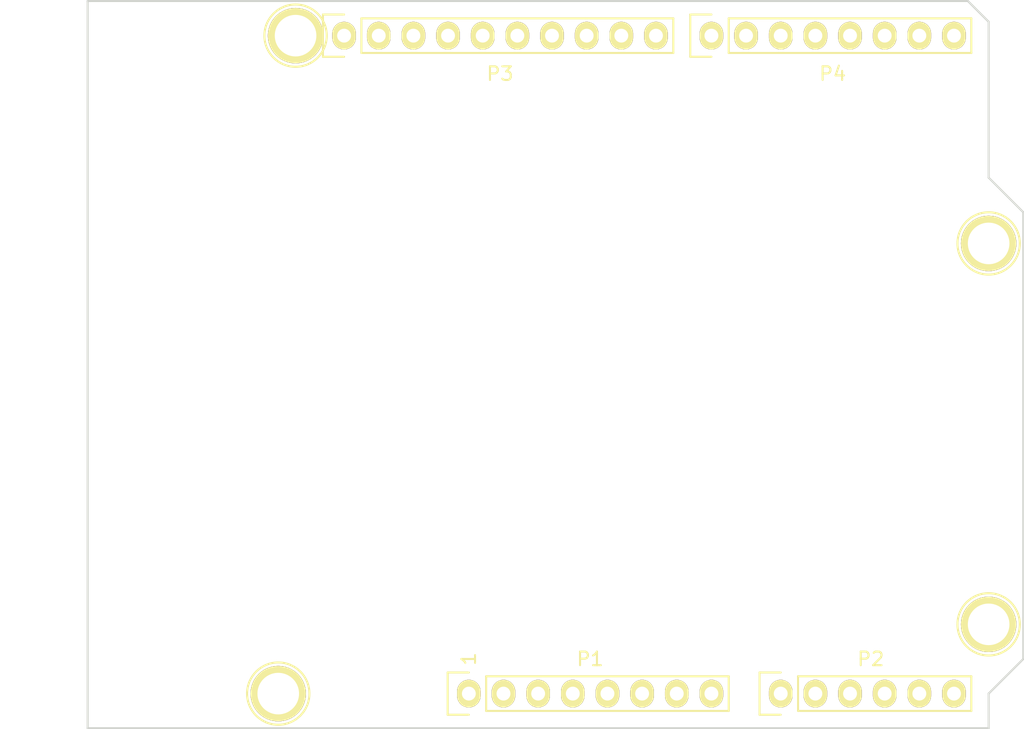
<source format=kicad_pcb>
(kicad_pcb (version 20221018) (generator pcbnew)
  (title_block (date "lun. 30 mars 2015"))
  (layers (0 "F.Cu" signal) (31 "B.Cu" signal) (34 "B.Paste" user) (35 "F.Paste" user) (36 "B.SilkS" user "B.Silkscreen") (37 "F.SilkS" user "F.Silkscreen") (38 "B.Mask" user) (39 "F.Mask" user) (44 "Edge.Cuts" user))
  (net 0 "")
  (net 1 "/IOREF")
  (net 2 "/Reset")
  (net 3 "+5V")
  (net 4 "GND")
  (net 5 "/Vin")
  (net 6 "/A0")
  (net 7 "/A1")
  (net 8 "/A2")
  (net 9 "/A3")
  (net 10 "/AREF")
  (net 11 "/A4(SDA)")
  (net 12 "/A5(SCL)")
  (net 13 "/9(**)")
  (net 14 "/8")
  (net 15 "/7")
  (net 16 "/6(**)")
  (net 17 "/5(**)")
  (net 18 "/4")
  (net 19 "/3(**)")
  (net 20 "/2")
  (net 21 "/1(Tx)")
  (net 22 "/0(Rx)")
  (net 23 "Net-(P5-Pad1)")
  (net 24 "Net-(P6-Pad1)")
  (net 25 "Net-(P7-Pad1)")
  (net 26 "Net-(P8-Pad1)")
  (net 27 "/13(SCK)")
  (net 28 "/10(**/SS)")
  (net 29 "Net-(P1-Pad1)")
  (net 30 "+3V3")
  (net 31 "/12(MISO)")
  (net 32 "/11(**/MOSI)")
  (footprint "Socket_Arduino_Uno:Socket_Strip_Arduino_1x08" (layer "F.Cu") (at 138.938 123.825)
    (fp_text reference "P1" (at 8.89 -2.54) (layer "F.SilkS"))
    (fp_text value "Power")
    (fp_line (start -1.55 -1.55) (end -1.55 1.55) (stroke (width 0.15)) (layer "F.SilkS"))
    (fp_line (start -1.55 1.55) (end 0 1.55) (stroke (width 0.15)) (layer "F.SilkS"))
    (fp_line (start 0 -1.55) (end -1.55 -1.55) (stroke (width 0.15)) (layer "F.SilkS"))
    (fp_line (start 1.27 1.27) (end 1.27 -1.27) (stroke (width 0.15)) (layer "F.SilkS"))
    (fp_line (start 1.27 1.27) (end 19.05 1.27) (stroke (width 0.15)) (layer "F.SilkS"))
    (fp_line (start 19.05 -1.27) (end 1.27 -1.27) (stroke (width 0.15)) (layer "F.SilkS"))
    (fp_line (start 19.05 1.27) (end 19.05 -1.27) (stroke (width 0.15)) (layer "F.SilkS"))
    (pad "1" thru_hole oval locked (at 0 0) (size 1.7272 2.032) (drill 1.016) (layers "*.Cu" "*.Mask" "F.SilkS") (net 29 "Net-(P1-Pad1)"))
    (pad "2" thru_hole oval locked (at 2.54 0) (size 1.7272 2.032) (drill 1.016) (layers "*.Cu" "*.Mask" "F.SilkS") (net 1 "/IOREF"))
    (pad "3" thru_hole oval locked (at 5.08 0) (size 1.7272 2.032) (drill 1.016) (layers "*.Cu" "*.Mask" "F.SilkS") (net 2 "/Reset"))
    (pad "4" thru_hole oval locked (at 7.62 0) (size 1.7272 2.032) (drill 1.016) (layers "*.Cu" "*.Mask" "F.SilkS") (net 30 "+3V3"))
    (pad "5" thru_hole oval locked (at 10.16 0) (size 1.7272 2.032) (drill 1.016) (layers "*.Cu" "*.Mask" "F.SilkS") (net 3 "+5V"))
    (pad "6" thru_hole oval locked (at 12.7 0) (size 1.7272 2.032) (drill 1.016) (layers "*.Cu" "*.Mask" "F.SilkS") (net 4 "GND"))
    (pad "7" thru_hole oval locked (at 15.24 0) (size 1.7272 2.032) (drill 1.016) (layers "*.Cu" "*.Mask" "F.SilkS") (net 4 "GND"))
    (pad "8" thru_hole oval locked (at 17.78 0) (size 1.7272 2.032) (drill 1.016) (layers "*.Cu" "*.Mask" "F.SilkS") (net 5 "/Vin"))
  )
  (footprint "Socket_Arduino_Uno:Socket_Strip_Arduino_1x06" (layer "F.Cu") (at 161.798 123.825)
    (fp_text reference "P2" (at 6.604 -2.54) (layer "F.SilkS"))
    (fp_text value "Analog")
    (fp_line (start -1.55 -1.55) (end -1.55 1.55) (stroke (width 0.15)) (layer "F.SilkS"))
    (fp_line (start -1.55 1.55) (end 0 1.55) (stroke (width 0.15)) (layer "F.SilkS"))
    (fp_line (start 0 -1.55) (end -1.55 -1.55) (stroke (width 0.15)) (layer "F.SilkS"))
    (fp_line (start 1.27 1.27) (end 1.27 -1.27) (stroke (width 0.15)) (layer "F.SilkS"))
    (fp_line (start 1.27 1.27) (end 13.97 1.27) (stroke (width 0.15)) (layer "F.SilkS"))
    (fp_line (start 13.97 -1.27) (end 1.27 -1.27) (stroke (width 0.15)) (layer "F.SilkS"))
    (fp_line (start 13.97 1.27) (end 13.97 -1.27) (stroke (width 0.15)) (layer "F.SilkS"))
    (pad "1" thru_hole oval locked (at 0 0) (size 1.7272 2.032) (drill 1.016) (layers "*.Cu" "*.Mask" "F.SilkS") (net 6 "/A0"))
    (pad "2" thru_hole oval locked (at 2.54 0) (size 1.7272 2.032) (drill 1.016) (layers "*.Cu" "*.Mask" "F.SilkS") (net 7 "/A1"))
    (pad "3" thru_hole oval locked (at 5.08 0) (size 1.7272 2.032) (drill 1.016) (layers "*.Cu" "*.Mask" "F.SilkS") (net 8 "/A2"))
    (pad "4" thru_hole oval locked (at 7.62 0) (size 1.7272 2.032) (drill 1.016) (layers "*.Cu" "*.Mask" "F.SilkS") (net 9 "/A3"))
    (pad "5" thru_hole oval locked (at 10.16 0) (size 1.7272 2.032) (drill 1.016) (layers "*.Cu" "*.Mask" "F.SilkS") (net 11 "/A4(SDA)"))
    (pad "6" thru_hole oval locked (at 12.7 0) (size 1.7272 2.032) (drill 1.016) (layers "*.Cu" "*.Mask" "F.SilkS") (net 12 "/A5(SCL)"))
  )
  (footprint "Socket_Arduino_Uno:Socket_Strip_Arduino_1x10" (layer "F.Cu") (at 129.794 75.565)
    (fp_text reference "P3" (at 11.43 2.794) (layer "F.SilkS"))
    (fp_text value "Digital")
    (fp_line (start -1.55 -1.55) (end -1.55 1.55) (stroke (width 0.15)) (layer "F.SilkS"))
    (fp_line (start -1.55 1.55) (end 0 1.55) (stroke (width 0.15)) (layer "F.SilkS"))
    (fp_line (start 0 -1.55) (end -1.55 -1.55) (stroke (width 0.15)) (layer "F.SilkS"))
    (fp_line (start 1.27 1.27) (end 1.27 -1.27) (stroke (width 0.15)) (layer "F.SilkS"))
    (fp_line (start 1.27 1.27) (end 24.13 1.27) (stroke (width 0.15)) (layer "F.SilkS"))
    (fp_line (start 24.13 -1.27) (end 1.27 -1.27) (stroke (width 0.15)) (layer "F.SilkS"))
    (fp_line (start 24.13 1.27) (end 24.13 -1.27) (stroke (width 0.15)) (layer "F.SilkS"))
    (pad "1" thru_hole oval locked (at 0 0) (size 1.7272 2.032) (drill 1.016) (layers "*.Cu" "*.Mask" "F.SilkS") (net 12 "/A5(SCL)"))
    (pad "2" thru_hole oval locked (at 2.54 0) (size 1.7272 2.032) (drill 1.016) (layers "*.Cu" "*.Mask" "F.SilkS") (net 11 "/A4(SDA)"))
    (pad "3" thru_hole oval locked (at 5.08 0) (size 1.7272 2.032) (drill 1.016) (layers "*.Cu" "*.Mask" "F.SilkS") (net 10 "/AREF"))
    (pad "4" thru_hole oval locked (at 7.62 0) (size 1.7272 2.032) (drill 1.016) (layers "*.Cu" "*.Mask" "F.SilkS") (net 4 "GND"))
    (pad "5" thru_hole oval locked (at 10.16 0) (size 1.7272 2.032) (drill 1.016) (layers "*.Cu" "*.Mask" "F.SilkS") (net 27 "/13(SCK)"))
    (pad "6" thru_hole oval locked (at 12.7 0) (size 1.7272 2.032) (drill 1.016) (layers "*.Cu" "*.Mask" "F.SilkS") (net 31 "/12(MISO)"))
    (pad "7" thru_hole oval locked (at 15.24 0) (size 1.7272 2.032) (drill 1.016) (layers "*.Cu" "*.Mask" "F.SilkS") (net 32 "/11(**/MOSI)"))
    (pad "8" thru_hole oval locked (at 17.78 0) (size 1.7272 2.032) (drill 1.016) (layers "*.Cu" "*.Mask" "F.SilkS") (net 28 "/10(**/SS)"))
    (pad "9" thru_hole oval locked (at 20.32 0) (size 1.7272 2.032) (drill 1.016) (layers "*.Cu" "*.Mask" "F.SilkS") (net 13 "/9(**)"))
    (pad "10" thru_hole oval locked (at 22.86 0) (size 1.7272 2.032) (drill 1.016) (layers "*.Cu" "*.Mask" "F.SilkS") (net 14 "/8"))
  )
  (footprint "Socket_Arduino_Uno:Socket_Strip_Arduino_1x08" (layer "F.Cu") (at 156.718 75.565)
    (fp_text reference "P4" (at 8.89 2.794) (layer "F.SilkS"))
    (fp_text value "Digital")
    (fp_line (start -1.55 -1.55) (end -1.55 1.55) (stroke (width 0.15)) (layer "F.SilkS"))
    (fp_line (start -1.55 1.55) (end 0 1.55) (stroke (width 0.15)) (layer "F.SilkS"))
    (fp_line (start 0 -1.55) (end -1.55 -1.55) (stroke (width 0.15)) (layer "F.SilkS"))
    (fp_line (start 1.27 1.27) (end 1.27 -1.27) (stroke (width 0.15)) (layer "F.SilkS"))
    (fp_line (start 1.27 1.27) (end 19.05 1.27) (stroke (width 0.15)) (layer "F.SilkS"))
    (fp_line (start 19.05 -1.27) (end 1.27 -1.27) (stroke (width 0.15)) (layer "F.SilkS"))
    (fp_line (start 19.05 1.27) (end 19.05 -1.27) (stroke (width 0.15)) (layer "F.SilkS"))
    (pad "1" thru_hole oval locked (at 0 0) (size 1.7272 2.032) (drill 1.016) (layers "*.Cu" "*.Mask" "F.SilkS") (net 15 "/7"))
    (pad "2" thru_hole oval locked (at 2.54 0) (size 1.7272 2.032) (drill 1.016) (layers "*.Cu" "*.Mask" "F.SilkS") (net 16 "/6(**)"))
    (pad "3" thru_hole oval locked (at 5.08 0) (size 1.7272 2.032) (drill 1.016) (layers "*.Cu" "*.Mask" "F.SilkS") (net 17 "/5(**)"))
    (pad "4" thru_hole oval locked (at 7.62 0) (size 1.7272 2.032) (drill 1.016) (layers "*.Cu" "*.Mask" "F.SilkS") (net 18 "/4"))
    (pad "5" thru_hole oval locked (at 10.16 0) (size 1.7272 2.032) (drill 1.016) (layers "*.Cu" "*.Mask" "F.SilkS") (net 19 "/3(**)"))
    (pad "6" thru_hole oval locked (at 12.7 0) (size 1.7272 2.032) (drill 1.016) (layers "*.Cu" "*.Mask" "F.SilkS") (net 20 "/2"))
    (pad "7" thru_hole oval locked (at 15.24 0) (size 1.7272 2.032) (drill 1.016) (layers "*.Cu" "*.Mask" "F.SilkS") (net 21 "/1(Tx)"))
    (pad "8" thru_hole oval locked (at 17.78 0) (size 1.7272 2.032) (drill 1.016) (layers "*.Cu" "*.Mask" "F.SilkS") (net 22 "/0(Rx)"))
  )
  (footprint "Socket_Arduino_Uno:Arduino_1pin" (layer "F.Cu") (at 124.968 123.825)
    (fp_text reference "P5" hide)
    (fp_text value "CONN_01X01" hide)
    (fp_circle (center 0 0) (end 0 -2.286) (stroke (width 0.15)) (fill none) (layer "F.SilkS"))
    (pad "1" thru_hole circle locked (at 0 0) (size 4.064 4.064) (drill 3.048) (layers "*.Cu" "*.Mask" "F.SilkS") (net 23 "Net-(P5-Pad1)"))
  )
  (footprint "Socket_Arduino_Uno:Arduino_1pin" (layer "F.Cu") (at 177.038 118.745)
    (fp_text reference "P6" hide)
    (fp_text value "CONN_01X01" hide)
    (fp_circle (center 0 0) (end 0 -2.286) (stroke (width 0.15)) (fill none) (layer "F.SilkS"))
    (pad "1" thru_hole circle locked (at 0 0) (size 4.064 4.064) (drill 3.048) (layers "*.Cu" "*.Mask" "F.SilkS") (net 24 "Net-(P6-Pad1)"))
  )
  (footprint "Socket_Arduino_Uno:Arduino_1pin" (layer "F.Cu") (at 126.238 75.565)
    (fp_text reference "P7" hide)
    (fp_text value "CONN_01X01" hide)
    (fp_circle (center 0 0) (end 0 -2.286) (stroke (width 0.15)) (fill none) (layer "F.SilkS"))
    (pad "1" thru_hole circle locked (at 0 0) (size 4.064 4.064) (drill 3.048) (layers "*.Cu" "*.Mask" "F.SilkS") (net 25 "Net-(P7-Pad1)"))
  )
  (footprint "Socket_Arduino_Uno:Arduino_1pin" (layer "F.Cu") (at 177.038 90.805)
    (fp_text reference "P8" hide)
    (fp_text value "CONN_01X01" hide)
    (fp_circle (center 0 0) (end 0 -2.286) (stroke (width 0.15)) (fill none) (layer "F.SilkS"))
    (pad "1" thru_hole circle locked (at 0 0) (size 4.064 4.064) (drill 3.048) (layers "*.Cu" "*.Mask" "F.SilkS") (net 26 "Net-(P8-Pad1)"))
  )
  (gr_line (start 110.998 126.365) (end 177.038 126.365) (stroke (width 0.15)) (layer "Edge.Cuts"))
  (gr_line (start 179.578 121.285) (end 179.578 88.519) (stroke (width 0.15)) (layer "Edge.Cuts"))
  (gr_line (start 175.514 73.025) (end 110.998 73.025) (stroke (width 0.15)) (layer "Edge.Cuts"))
  (gr_line (start 179.578 88.519) (end 177.038 85.979) (stroke (width 0.15)) (layer "Edge.Cuts"))
  (gr_line (start 177.038 123.825) (end 179.578 121.285) (stroke (width 0.15)) (layer "Edge.Cuts"))
  (gr_line (start 110.998 73.025) (end 110.998 126.365) (stroke (width 0.15)) (layer "Edge.Cuts"))
  (gr_line (start 177.038 85.979) (end 177.038 74.549) (stroke (width 0.15)) (layer "Edge.Cuts"))
  (gr_line (start 177.038 74.549) (end 175.514 73.025) (stroke (width 0.15)) (layer "Edge.Cuts"))
  (gr_line (start 177.038 126.365) (end 177.038 123.825) (stroke (width 0.15)) (layer "Edge.Cuts"))
  (gr_text "1" (at 138.938 121.285 90) (layer "F.SilkS") (effects (font (size 1 1))))
)
</source>
